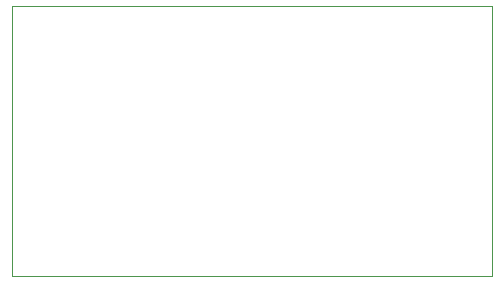
<source format=gko>
G75*
%MOIN*%
%OFA0B0*%
%FSLAX25Y25*%
%IPPOS*%
%LPD*%
%AMOC8*
5,1,8,0,0,1.08239X$1,22.5*
%
%ADD10C,0.00000*%
D10*
X0001000Y0001000D02*
X0001000Y0091000D01*
X0161000Y0091000D01*
X0161000Y0001000D01*
X0001000Y0001000D01*
M02*

</source>
